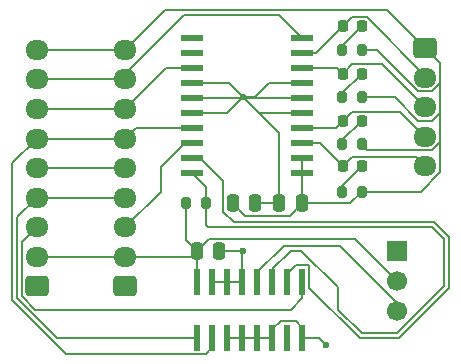
<source format=gtl>
%TF.GenerationSoftware,KiCad,Pcbnew,9.0.2*%
%TF.CreationDate,2025-09-02T23:35:07-07:00*%
%TF.ProjectId,driver,64726976-6572-42e6-9b69-6361645f7063,rev?*%
%TF.SameCoordinates,Original*%
%TF.FileFunction,Copper,L1,Top*%
%TF.FilePolarity,Positive*%
%FSLAX46Y46*%
G04 Gerber Fmt 4.6, Leading zero omitted, Abs format (unit mm)*
G04 Created by KiCad (PCBNEW 9.0.2) date 2025-09-02 23:35:07*
%MOMM*%
%LPD*%
G01*
G04 APERTURE LIST*
G04 Aperture macros list*
%AMRoundRect*
0 Rectangle with rounded corners*
0 $1 Rounding radius*
0 $2 $3 $4 $5 $6 $7 $8 $9 X,Y pos of 4 corners*
0 Add a 4 corners polygon primitive as box body*
4,1,4,$2,$3,$4,$5,$6,$7,$8,$9,$2,$3,0*
0 Add four circle primitives for the rounded corners*
1,1,$1+$1,$2,$3*
1,1,$1+$1,$4,$5*
1,1,$1+$1,$6,$7*
1,1,$1+$1,$8,$9*
0 Add four rect primitives between the rounded corners*
20,1,$1+$1,$2,$3,$4,$5,0*
20,1,$1+$1,$4,$5,$6,$7,0*
20,1,$1+$1,$6,$7,$8,$9,0*
20,1,$1+$1,$8,$9,$2,$3,0*%
G04 Aperture macros list end*
%TA.AperFunction,SMDPad,CuDef*%
%ADD10R,0.558800X2.184400*%
%TD*%
%TA.AperFunction,SMDPad,CuDef*%
%ADD11R,1.981200X0.558800*%
%TD*%
%TA.AperFunction,SMDPad,CuDef*%
%ADD12RoundRect,0.250000X-0.250000X-0.475000X0.250000X-0.475000X0.250000X0.475000X-0.250000X0.475000X0*%
%TD*%
%TA.AperFunction,SMDPad,CuDef*%
%ADD13RoundRect,0.200000X-0.200000X-0.275000X0.200000X-0.275000X0.200000X0.275000X-0.200000X0.275000X0*%
%TD*%
%TA.AperFunction,SMDPad,CuDef*%
%ADD14RoundRect,0.218750X-0.218750X-0.256250X0.218750X-0.256250X0.218750X0.256250X-0.218750X0.256250X0*%
%TD*%
%TA.AperFunction,ComponentPad*%
%ADD15RoundRect,0.250000X-0.725000X0.600000X-0.725000X-0.600000X0.725000X-0.600000X0.725000X0.600000X0*%
%TD*%
%TA.AperFunction,ComponentPad*%
%ADD16O,1.950000X1.700000*%
%TD*%
%TA.AperFunction,ComponentPad*%
%ADD17R,1.700000X1.700000*%
%TD*%
%TA.AperFunction,ComponentPad*%
%ADD18C,1.700000*%
%TD*%
%TA.AperFunction,ComponentPad*%
%ADD19RoundRect,0.250000X0.725000X-0.600000X0.725000X0.600000X-0.725000X0.600000X-0.725000X-0.600000X0*%
%TD*%
%TA.AperFunction,SMDPad,CuDef*%
%ADD20RoundRect,0.250000X0.250000X0.475000X-0.250000X0.475000X-0.250000X-0.475000X0.250000X-0.475000X0*%
%TD*%
%TA.AperFunction,ViaPad*%
%ADD21C,0.600000*%
%TD*%
%TA.AperFunction,Conductor*%
%ADD22C,0.200000*%
%TD*%
G04 APERTURE END LIST*
D10*
%TO.P,PISO1,1,SH/\u002ALD*%
%TO.N,/LD*%
X47110000Y-64362200D03*
%TO.P,PISO1,2,CLK*%
%TO.N,/CLK*%
X48380000Y-64362200D03*
%TO.P,PISO1,3,E*%
%TO.N,GND*%
X49650000Y-64362200D03*
%TO.P,PISO1,4,F*%
X50920000Y-64362200D03*
%TO.P,PISO1,5,G*%
X52190000Y-64362200D03*
%TO.P,PISO1,6,H*%
X53460000Y-64362200D03*
%TO.P,PISO1,7,\u002AQH*%
%TO.N,unconnected-(PISO1-\u002AQH-Pad7)*%
X54730000Y-64362200D03*
%TO.P,PISO1,8,GND*%
%TO.N,GND*%
X56000000Y-64362200D03*
%TO.P,PISO1,9,QH*%
%TO.N,/PI*%
X56000000Y-59637800D03*
%TO.P,PISO1,10,SER*%
%TO.N,Net-(Driver1-SDATAO)*%
X54730000Y-59637800D03*
%TO.P,PISO1,11,A*%
%TO.N,Net-(Driver1-NFAULT)*%
X53460000Y-59637800D03*
%TO.P,PISO1,12,B*%
%TO.N,Net-(Hall1-Pin_3)*%
X52190000Y-59637800D03*
%TO.P,PISO1,13,C*%
%TO.N,GND*%
X50920000Y-59637800D03*
%TO.P,PISO1,14,D*%
X49650000Y-59637800D03*
%TO.P,PISO1,15,CLKINH*%
X48380000Y-59637800D03*
%TO.P,PISO1,16,VCC*%
%TO.N,+5V*%
X47110000Y-59637800D03*
%TD*%
D11*
%TO.P,Driver1,1,VM*%
%TO.N,+12V*%
X56000000Y-50430000D03*
%TO.P,Driver1,2,VCLAMP*%
X56000000Y-49160000D03*
%TO.P,Driver1,3,OUT1*%
%TO.N,Net-(D4-K)*%
X56000000Y-47890000D03*
%TO.P,Driver1,4,OUT2*%
%TO.N,Net-(D3-K)*%
X56000000Y-46620000D03*
%TO.P,Driver1,5,GND*%
%TO.N,GND*%
X56000000Y-45350000D03*
%TO.P,Driver1,6,GND*%
X56000000Y-44080000D03*
%TO.P,Driver1,7,GND*%
X56000000Y-42810000D03*
%TO.P,Driver1,8,OUT3*%
%TO.N,Net-(D2-K)*%
X56000000Y-41540000D03*
%TO.P,Driver1,9,OUT4*%
%TO.N,Net-(D1-K)*%
X56000000Y-40270000D03*
%TO.P,Driver1,10,NENBL*%
%TO.N,/NOE*%
X56000000Y-39000000D03*
%TO.P,Driver1,11,RESET*%
%TO.N,unconnected-(Driver1-RESET-Pad11)*%
X46627400Y-39000000D03*
%TO.P,Driver1,12,NC*%
%TO.N,unconnected-(Driver1-NC-Pad12)*%
X46627400Y-40270000D03*
%TO.P,Driver1,13,LATCH*%
%TO.N,/LCH*%
X46627400Y-41540000D03*
%TO.P,Driver1,14,GND*%
%TO.N,GND*%
X46627400Y-42810000D03*
%TO.P,Driver1,15,GND*%
X46627400Y-44080000D03*
%TO.P,Driver1,16,GND*%
X46627400Y-45350000D03*
%TO.P,Driver1,17,SCLK*%
%TO.N,/CLK*%
X46627400Y-46620000D03*
%TO.P,Driver1,18,SDATAIN*%
%TO.N,/CO*%
X46627400Y-47890000D03*
%TO.P,Driver1,19,SDATAO*%
%TO.N,Net-(Driver1-SDATAO)*%
X46627400Y-49160000D03*
%TO.P,Driver1,20,NFAULT*%
%TO.N,Net-(Driver1-NFAULT)*%
X46627400Y-50430000D03*
%TD*%
D12*
%TO.P,C3,1*%
%TO.N,+12V*%
X50100000Y-53000000D03*
%TO.P,C3,2*%
%TO.N,GND*%
X52000000Y-53000000D03*
%TD*%
D13*
%TO.P,R4,1*%
%TO.N,Net-(D4-A)*%
X59350000Y-52000000D03*
%TO.P,R4,2*%
%TO.N,+12V*%
X61000000Y-52000000D03*
%TD*%
%TO.P,R3,1*%
%TO.N,Net-(D3-A)*%
X59350000Y-48000000D03*
%TO.P,R3,2*%
%TO.N,+12V*%
X61000000Y-48000000D03*
%TD*%
D14*
%TO.P,D1,1,K*%
%TO.N,Net-(D1-K)*%
X59425000Y-38000000D03*
%TO.P,D1,2,A*%
%TO.N,Net-(D1-A)*%
X61000000Y-38000000D03*
%TD*%
D15*
%TO.P,Motor1,1,Pin_1*%
%TO.N,+12V*%
X66398240Y-39849000D03*
D16*
%TO.P,Motor1,2,Pin_2*%
%TO.N,Net-(D1-K)*%
X66398240Y-42349000D03*
%TO.P,Motor1,3,Pin_3*%
%TO.N,Net-(D2-K)*%
X66398240Y-44849000D03*
%TO.P,Motor1,4,Pin_4*%
%TO.N,Net-(D3-K)*%
X66398240Y-47349000D03*
%TO.P,Motor1,5,Pin_5*%
%TO.N,Net-(D4-K)*%
X66398240Y-49849000D03*
%TD*%
D17*
%TO.P,Hall1,1,Pin_1*%
%TO.N,GND*%
X64000000Y-57000000D03*
D18*
%TO.P,Hall1,2,Pin_2*%
%TO.N,+5V*%
X64000000Y-59540000D03*
%TO.P,Hall1,3,Pin_3*%
%TO.N,Net-(Hall1-Pin_3)*%
X64000000Y-62080000D03*
%TD*%
D12*
%TO.P,C2,1*%
%TO.N,+5V*%
X47050000Y-57000000D03*
%TO.P,C2,2*%
%TO.N,GND*%
X48950000Y-57000000D03*
%TD*%
D14*
%TO.P,D2,1,K*%
%TO.N,Net-(D2-K)*%
X59425000Y-42000000D03*
%TO.P,D2,2,A*%
%TO.N,Net-(D2-A)*%
X61000000Y-42000000D03*
%TD*%
%TO.P,D3,1,K*%
%TO.N,Net-(D3-K)*%
X59425000Y-46000000D03*
%TO.P,D3,2,A*%
%TO.N,Net-(D3-A)*%
X61000000Y-46000000D03*
%TD*%
D13*
%TO.P,R2,1*%
%TO.N,Net-(D2-A)*%
X59350000Y-44000000D03*
%TO.P,R2,2*%
%TO.N,+12V*%
X61000000Y-44000000D03*
%TD*%
D19*
%TO.P,Peri1,1,Pin_1*%
%TO.N,GND*%
X33500000Y-60000000D03*
D16*
%TO.P,Peri1,2,Pin_2*%
%TO.N,+5V*%
X33500000Y-57500000D03*
%TO.P,Peri1,3,Pin_3*%
%TO.N,/PI*%
X33500000Y-55000000D03*
%TO.P,Peri1,4,Pin_4*%
%TO.N,/LD*%
X33500000Y-52500000D03*
%TO.P,Peri1,5,Pin_5*%
%TO.N,/CIPO*%
X33500000Y-50000000D03*
%TO.P,Peri1,6,Pin_6*%
%TO.N,/CLK*%
X33500000Y-47500000D03*
%TO.P,Peri1,7,Pin_7*%
%TO.N,/LCH*%
X33500000Y-45000000D03*
%TO.P,Peri1,8,Pin_8*%
%TO.N,/NOE*%
X33500000Y-42500000D03*
%TO.P,Peri1,9,Pin_9*%
%TO.N,+12V*%
X33500000Y-40000000D03*
%TD*%
D20*
%TO.P,C1,1*%
%TO.N,+12V*%
X55950000Y-53000000D03*
%TO.P,C1,2*%
%TO.N,GND*%
X54050000Y-53000000D03*
%TD*%
D14*
%TO.P,D4,1,K*%
%TO.N,Net-(D4-K)*%
X59425000Y-49849000D03*
%TO.P,D4,2,A*%
%TO.N,Net-(D4-A)*%
X61000000Y-49849000D03*
%TD*%
D19*
%TO.P,Ctrl1,1,Pin_1*%
%TO.N,GND*%
X41000000Y-60000000D03*
D16*
%TO.P,Ctrl1,2,Pin_2*%
%TO.N,+5V*%
X41000000Y-57500000D03*
%TO.P,Ctrl1,3,Pin_3*%
%TO.N,/CO*%
X41000000Y-55000000D03*
%TO.P,Ctrl1,4,Pin_4*%
%TO.N,/LD*%
X41000000Y-52500000D03*
%TO.P,Ctrl1,5,Pin_5*%
%TO.N,/CIPO*%
X41000000Y-50000000D03*
%TO.P,Ctrl1,6,Pin_6*%
%TO.N,/CLK*%
X41000000Y-47500000D03*
%TO.P,Ctrl1,7,Pin_7*%
%TO.N,/LCH*%
X41000000Y-45000000D03*
%TO.P,Ctrl1,8,Pin_8*%
%TO.N,/NOE*%
X41000000Y-42500000D03*
%TO.P,Ctrl1,9,Pin_9*%
%TO.N,+12V*%
X41000000Y-40000000D03*
%TD*%
D13*
%TO.P,R5,1*%
%TO.N,+5V*%
X46175000Y-53000000D03*
%TO.P,R5,2*%
%TO.N,Net-(Driver1-NFAULT)*%
X47825000Y-53000000D03*
%TD*%
%TO.P,R1,1*%
%TO.N,Net-(D1-A)*%
X59350000Y-40000000D03*
%TO.P,R1,2*%
%TO.N,+12V*%
X61000000Y-40000000D03*
%TD*%
D21*
%TO.N,GND*%
X58000000Y-65000000D03*
X51000000Y-44000000D03*
X51000000Y-57000000D03*
%TD*%
D22*
%TO.N,Net-(Driver1-NFAULT)*%
X55000000Y-57000000D02*
X55902900Y-57000000D01*
X55902900Y-57000000D02*
X59000000Y-60097100D01*
X59000000Y-60097100D02*
X59000000Y-62000000D01*
%TO.N,Net-(Driver1-SDATAO)*%
X46627400Y-49160000D02*
X47338600Y-49160000D01*
X47338600Y-49160000D02*
X49299000Y-51120400D01*
X49299000Y-51120400D02*
X49299000Y-53710160D01*
X49299000Y-53710160D02*
X50187840Y-54599000D01*
X50187840Y-54599000D02*
X67166100Y-54599000D01*
X67166100Y-54599000D02*
X68401000Y-55833900D01*
X68401000Y-55833900D02*
X68401000Y-60166100D01*
X68401000Y-60166100D02*
X64166100Y-64401000D01*
X54730000Y-58934200D02*
X54730000Y-59637800D01*
X64166100Y-64401000D02*
X60833900Y-64401000D01*
X60833900Y-64401000D02*
X56580400Y-60147500D01*
X56580400Y-60147500D02*
X56580400Y-58244600D01*
X56580400Y-58244600D02*
X55419600Y-58244600D01*
X55419600Y-58244600D02*
X54730000Y-58934200D01*
%TO.N,+12V*%
X50100000Y-53000000D02*
X51126000Y-54026000D01*
X51126000Y-54026000D02*
X54924000Y-54026000D01*
X54924000Y-54026000D02*
X55950000Y-53000000D01*
%TO.N,GND*%
X52000000Y-53000000D02*
X54050000Y-53000000D01*
X46627400Y-42810000D02*
X49810000Y-42810000D01*
X50920000Y-59637800D02*
X50920000Y-57080000D01*
X50920000Y-44080000D02*
X46627400Y-44080000D01*
X48380000Y-59637800D02*
X49650000Y-59637800D01*
X50920000Y-57080000D02*
X51000000Y-57000000D01*
X46627400Y-45350000D02*
X49650000Y-45350000D01*
X48950000Y-57000000D02*
X51000000Y-57000000D01*
X51000000Y-44000000D02*
X50920000Y-44080000D01*
X53460000Y-64362200D02*
X53460000Y-63658600D01*
X52190000Y-64362200D02*
X50920000Y-64362200D01*
X56000000Y-63549400D02*
X56000000Y-64362200D01*
X51080000Y-44080000D02*
X56000000Y-44080000D01*
X54149600Y-62969000D02*
X55419600Y-62969000D01*
X54050000Y-47050000D02*
X51000000Y-44000000D01*
X52000000Y-44000000D02*
X53190000Y-42810000D01*
X56000000Y-64362200D02*
X57362200Y-64362200D01*
X53460000Y-64362200D02*
X52190000Y-64362200D01*
X49810000Y-42810000D02*
X51000000Y-44000000D01*
X56000000Y-45350000D02*
X52350000Y-45350000D01*
X53190000Y-42810000D02*
X56000000Y-42810000D01*
X49650000Y-59637800D02*
X50920000Y-59637800D01*
X49650000Y-64362200D02*
X50920000Y-64362200D01*
X53460000Y-63658600D02*
X54149600Y-62969000D01*
X51000000Y-44000000D02*
X52000000Y-44000000D01*
X52350000Y-45350000D02*
X51080000Y-44080000D01*
X55419600Y-62969000D02*
X56000000Y-63549400D01*
X54050000Y-53000000D02*
X54050000Y-47050000D01*
X49650000Y-45350000D02*
X51000000Y-44000000D01*
X57362200Y-64362200D02*
X58000000Y-65000000D01*
X51000000Y-44000000D02*
X51080000Y-44080000D01*
%TO.N,+5V*%
X64000000Y-59540000D02*
X60434000Y-55974000D01*
X46550000Y-57500000D02*
X47050000Y-57000000D01*
X33500000Y-57500000D02*
X41000000Y-57500000D01*
X47050000Y-57000000D02*
X47050000Y-59577800D01*
X46175000Y-56125000D02*
X47050000Y-57000000D01*
X41000000Y-57500000D02*
X46550000Y-57500000D01*
X48076000Y-55974000D02*
X47050000Y-57000000D01*
X46175000Y-53000000D02*
X46175000Y-56125000D01*
X60434000Y-55974000D02*
X48076000Y-55974000D01*
X47050000Y-59577800D02*
X47110000Y-59637800D01*
%TO.N,+12V*%
X65796480Y-46000000D02*
X67000000Y-46000000D01*
X67000000Y-43500000D02*
X67674240Y-42825760D01*
X66000000Y-52000000D02*
X67674240Y-50325760D01*
X67674240Y-42825760D02*
X67674240Y-41125000D01*
X56000000Y-50430000D02*
X56000000Y-49160000D01*
X63148240Y-36599000D02*
X44401000Y-36599000D01*
X65796480Y-43500000D02*
X67000000Y-43500000D01*
X61000000Y-52000000D02*
X66000000Y-52000000D01*
X67000000Y-48500000D02*
X67674240Y-47825760D01*
X63796480Y-44000000D02*
X65796480Y-46000000D01*
X55950000Y-50480000D02*
X56000000Y-50430000D01*
X66398240Y-39849000D02*
X63148240Y-36599000D01*
X55950000Y-53000000D02*
X55950000Y-50480000D01*
X41000000Y-40000000D02*
X33500000Y-40000000D01*
X67674240Y-41125000D02*
X66398240Y-39849000D01*
X44401000Y-36599000D02*
X41000000Y-40000000D01*
X67000000Y-46000000D02*
X67674240Y-45325760D01*
X55950000Y-53000000D02*
X60000000Y-53000000D01*
X61000000Y-40000000D02*
X62296480Y-40000000D01*
X67674240Y-45325760D02*
X67674240Y-41125000D01*
X62296480Y-40000000D02*
X65796480Y-43500000D01*
X61000000Y-48000000D02*
X61500000Y-48500000D01*
X60000000Y-53000000D02*
X61000000Y-52000000D01*
X67674240Y-47825760D02*
X67674240Y-41125000D01*
X61500000Y-48500000D02*
X67000000Y-48500000D01*
X61000000Y-44000000D02*
X63796480Y-44000000D01*
X67674240Y-50325760D02*
X67674240Y-41125000D01*
%TO.N,/CLK*%
X31422000Y-61167360D02*
X36010040Y-65755400D01*
X46627400Y-46620000D02*
X41880000Y-46620000D01*
X48380000Y-65175000D02*
X48380000Y-64362200D01*
X41880000Y-46620000D02*
X41000000Y-47500000D01*
X33500000Y-47500000D02*
X31422000Y-49578000D01*
X31422000Y-49578000D02*
X31422000Y-61167360D01*
X47799600Y-65755400D02*
X48380000Y-65175000D01*
X41000000Y-47500000D02*
X33500000Y-47500000D01*
X36010040Y-65755400D02*
X47799600Y-65755400D01*
%TO.N,Net-(D1-K)*%
X60201000Y-37224000D02*
X61440100Y-37224000D01*
X56000000Y-40270000D02*
X57155000Y-40270000D01*
X61440100Y-37224000D02*
X66398240Y-42182140D01*
X59425000Y-38000000D02*
X60201000Y-37224000D01*
X66398240Y-42182140D02*
X66398240Y-42349000D01*
X57155000Y-40270000D02*
X59425000Y-38000000D01*
%TO.N,Net-(D1-A)*%
X59350000Y-40000000D02*
X59350000Y-39650000D01*
X59350000Y-39650000D02*
X61000000Y-38000000D01*
%TO.N,Net-(D2-K)*%
X58965000Y-41540000D02*
X59425000Y-42000000D01*
X56000000Y-41540000D02*
X58965000Y-41540000D01*
X62773240Y-41224000D02*
X66398240Y-44849000D01*
X60201000Y-41224000D02*
X62773240Y-41224000D01*
X59425000Y-42000000D02*
X60201000Y-41224000D01*
%TO.N,Net-(D2-A)*%
X59350000Y-43650000D02*
X61000000Y-42000000D01*
X59350000Y-44000000D02*
X59350000Y-43650000D01*
%TO.N,Net-(D3-K)*%
X58805000Y-46620000D02*
X59425000Y-46000000D01*
X56000000Y-46620000D02*
X58805000Y-46620000D01*
X64273240Y-45224000D02*
X66398240Y-47349000D01*
X59425000Y-46000000D02*
X60201000Y-45224000D01*
X60201000Y-45224000D02*
X64273240Y-45224000D01*
%TO.N,Net-(D3-A)*%
X59350000Y-48000000D02*
X59350000Y-47650000D01*
X59350000Y-47650000D02*
X61000000Y-46000000D01*
%TO.N,Net-(D4-K)*%
X65622240Y-49073000D02*
X66398240Y-49849000D01*
X56000000Y-47890000D02*
X57466000Y-47890000D01*
X60201000Y-49073000D02*
X65622240Y-49073000D01*
X59425000Y-49849000D02*
X60201000Y-49073000D01*
X57466000Y-47890000D02*
X59425000Y-49849000D01*
%TO.N,Net-(D4-A)*%
X59350000Y-52000000D02*
X59350000Y-51499000D01*
X59350000Y-51499000D02*
X61000000Y-49849000D01*
%TO.N,/CO*%
X41000000Y-55000000D02*
X44000000Y-52000000D01*
X46025400Y-47890000D02*
X46627400Y-47890000D01*
X44000000Y-49915400D02*
X46025400Y-47890000D01*
X44000000Y-52000000D02*
X44000000Y-49915400D01*
%TO.N,/CIPO*%
X33500000Y-50000000D02*
X41000000Y-50000000D01*
%TO.N,/LCH*%
X41000000Y-45000000D02*
X44460000Y-41540000D01*
X33500000Y-45000000D02*
X41000000Y-45000000D01*
X44460000Y-41540000D02*
X46627400Y-41540000D01*
%TO.N,/LD*%
X47110000Y-64362200D02*
X35183940Y-64362200D01*
X33500000Y-52500000D02*
X41000000Y-52500000D01*
X31823000Y-61001260D02*
X31823000Y-54177000D01*
X35183940Y-64362200D02*
X31823000Y-61001260D01*
X31823000Y-54177000D02*
X33500000Y-52500000D01*
%TO.N,/PI*%
X55000000Y-62000000D02*
X33388840Y-62000000D01*
X32224000Y-60835160D02*
X32224000Y-56276000D01*
X33388840Y-62000000D02*
X32224000Y-60835160D01*
X56000000Y-61000000D02*
X55000000Y-62000000D01*
X32224000Y-56276000D02*
X33500000Y-55000000D01*
X56000000Y-59637800D02*
X56000000Y-61000000D01*
%TO.N,Net-(Hall1-Pin_3)*%
X59166100Y-56599000D02*
X54416000Y-56599000D01*
X64000000Y-61432900D02*
X59166100Y-56599000D01*
X64000000Y-62080000D02*
X64000000Y-61432900D01*
X52190000Y-58825000D02*
X52190000Y-59637800D01*
X54416000Y-56599000D02*
X52190000Y-58825000D01*
%TO.N,/NOE*%
X56000000Y-39000000D02*
X54000000Y-37000000D01*
X46000000Y-37000000D02*
X41000000Y-42000000D01*
X41000000Y-42000000D02*
X41000000Y-42500000D01*
X33500000Y-42500000D02*
X41000000Y-42500000D01*
X54000000Y-37000000D02*
X46000000Y-37000000D01*
%TO.N,Net-(Driver1-NFAULT)*%
X55000000Y-57000000D02*
X53460000Y-58540000D01*
X47825000Y-53000000D02*
X47825000Y-54825000D01*
X68000000Y-56000000D02*
X68000000Y-60000000D01*
X47825000Y-51627600D02*
X46627400Y-50430000D01*
X47825000Y-53000000D02*
X47825000Y-51627600D01*
X59000000Y-62000000D02*
X61000000Y-64000000D01*
X47825000Y-54825000D02*
X48000000Y-55000000D01*
X61000000Y-64000000D02*
X64000000Y-64000000D01*
X48000000Y-55000000D02*
X67000000Y-55000000D01*
X64000000Y-64000000D02*
X68000000Y-60000000D01*
X53460000Y-58540000D02*
X53460000Y-59637800D01*
X67000000Y-55000000D02*
X68000000Y-56000000D01*
%TD*%
M02*

</source>
